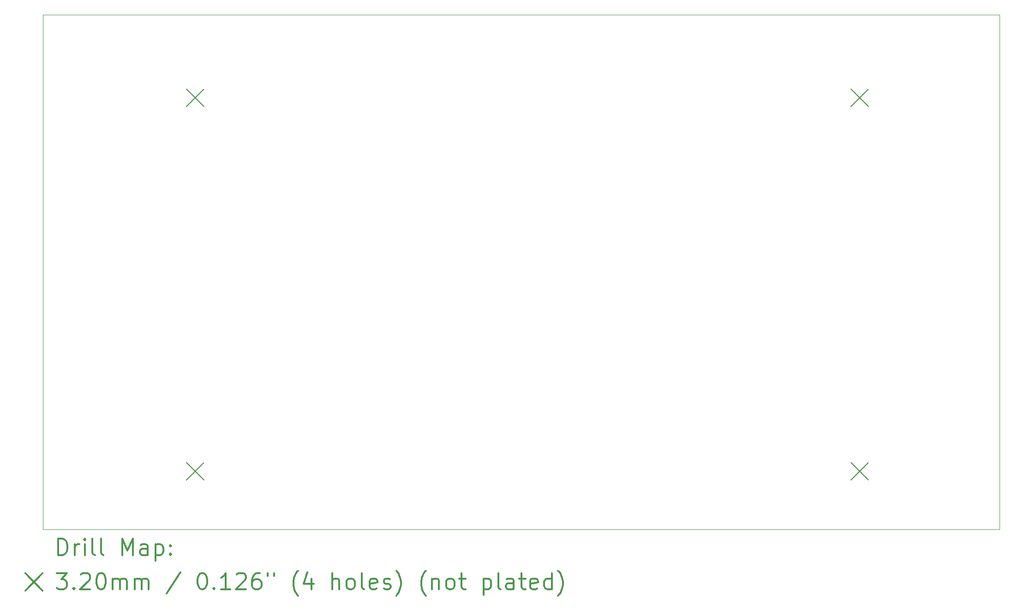
<source format=gbr>
%FSLAX45Y45*%
G04 Gerber Fmt 4.5, Leading zero omitted, Abs format (unit mm)*
G04 Created by KiCad (PCBNEW (5.1.9-0-10_14)) date 2024-01-04 20:04:51*
%MOMM*%
%LPD*%
G01*
G04 APERTURE LIST*
%TA.AperFunction,Profile*%
%ADD10C,0.100000*%
%TD*%
%ADD11C,0.200000*%
%ADD12C,0.300000*%
G04 APERTURE END LIST*
D10*
X22884000Y-4064000D02*
X22884000Y-13514000D01*
X5334000Y-4064000D02*
X22884000Y-4064000D01*
X5334000Y-13514000D02*
X5334000Y-4064000D01*
X22884000Y-13514000D02*
X5334000Y-13514000D01*
D11*
X7968000Y-5428000D02*
X8288000Y-5748000D01*
X8288000Y-5428000D02*
X7968000Y-5748000D01*
X7968000Y-12286000D02*
X8288000Y-12606000D01*
X8288000Y-12286000D02*
X7968000Y-12606000D01*
X20160000Y-5428000D02*
X20480000Y-5748000D01*
X20480000Y-5428000D02*
X20160000Y-5748000D01*
X20160000Y-12286000D02*
X20480000Y-12606000D01*
X20480000Y-12286000D02*
X20160000Y-12606000D01*
D12*
X5615428Y-13984714D02*
X5615428Y-13684714D01*
X5686857Y-13684714D01*
X5729714Y-13699000D01*
X5758286Y-13727571D01*
X5772571Y-13756143D01*
X5786857Y-13813286D01*
X5786857Y-13856143D01*
X5772571Y-13913286D01*
X5758286Y-13941857D01*
X5729714Y-13970429D01*
X5686857Y-13984714D01*
X5615428Y-13984714D01*
X5915428Y-13984714D02*
X5915428Y-13784714D01*
X5915428Y-13841857D02*
X5929714Y-13813286D01*
X5944000Y-13799000D01*
X5972571Y-13784714D01*
X6001143Y-13784714D01*
X6101143Y-13984714D02*
X6101143Y-13784714D01*
X6101143Y-13684714D02*
X6086857Y-13699000D01*
X6101143Y-13713286D01*
X6115428Y-13699000D01*
X6101143Y-13684714D01*
X6101143Y-13713286D01*
X6286857Y-13984714D02*
X6258286Y-13970429D01*
X6244000Y-13941857D01*
X6244000Y-13684714D01*
X6444000Y-13984714D02*
X6415428Y-13970429D01*
X6401143Y-13941857D01*
X6401143Y-13684714D01*
X6786857Y-13984714D02*
X6786857Y-13684714D01*
X6886857Y-13899000D01*
X6986857Y-13684714D01*
X6986857Y-13984714D01*
X7258286Y-13984714D02*
X7258286Y-13827571D01*
X7244000Y-13799000D01*
X7215428Y-13784714D01*
X7158286Y-13784714D01*
X7129714Y-13799000D01*
X7258286Y-13970429D02*
X7229714Y-13984714D01*
X7158286Y-13984714D01*
X7129714Y-13970429D01*
X7115428Y-13941857D01*
X7115428Y-13913286D01*
X7129714Y-13884714D01*
X7158286Y-13870429D01*
X7229714Y-13870429D01*
X7258286Y-13856143D01*
X7401143Y-13784714D02*
X7401143Y-14084714D01*
X7401143Y-13799000D02*
X7429714Y-13784714D01*
X7486857Y-13784714D01*
X7515428Y-13799000D01*
X7529714Y-13813286D01*
X7544000Y-13841857D01*
X7544000Y-13927571D01*
X7529714Y-13956143D01*
X7515428Y-13970429D01*
X7486857Y-13984714D01*
X7429714Y-13984714D01*
X7401143Y-13970429D01*
X7672571Y-13956143D02*
X7686857Y-13970429D01*
X7672571Y-13984714D01*
X7658286Y-13970429D01*
X7672571Y-13956143D01*
X7672571Y-13984714D01*
X7672571Y-13799000D02*
X7686857Y-13813286D01*
X7672571Y-13827571D01*
X7658286Y-13813286D01*
X7672571Y-13799000D01*
X7672571Y-13827571D01*
X5009000Y-14319000D02*
X5329000Y-14639000D01*
X5329000Y-14319000D02*
X5009000Y-14639000D01*
X5586857Y-14314714D02*
X5772571Y-14314714D01*
X5672571Y-14429000D01*
X5715428Y-14429000D01*
X5744000Y-14443286D01*
X5758286Y-14457571D01*
X5772571Y-14486143D01*
X5772571Y-14557571D01*
X5758286Y-14586143D01*
X5744000Y-14600429D01*
X5715428Y-14614714D01*
X5629714Y-14614714D01*
X5601143Y-14600429D01*
X5586857Y-14586143D01*
X5901143Y-14586143D02*
X5915428Y-14600429D01*
X5901143Y-14614714D01*
X5886857Y-14600429D01*
X5901143Y-14586143D01*
X5901143Y-14614714D01*
X6029714Y-14343286D02*
X6044000Y-14329000D01*
X6072571Y-14314714D01*
X6144000Y-14314714D01*
X6172571Y-14329000D01*
X6186857Y-14343286D01*
X6201143Y-14371857D01*
X6201143Y-14400429D01*
X6186857Y-14443286D01*
X6015428Y-14614714D01*
X6201143Y-14614714D01*
X6386857Y-14314714D02*
X6415428Y-14314714D01*
X6444000Y-14329000D01*
X6458286Y-14343286D01*
X6472571Y-14371857D01*
X6486857Y-14429000D01*
X6486857Y-14500429D01*
X6472571Y-14557571D01*
X6458286Y-14586143D01*
X6444000Y-14600429D01*
X6415428Y-14614714D01*
X6386857Y-14614714D01*
X6358286Y-14600429D01*
X6344000Y-14586143D01*
X6329714Y-14557571D01*
X6315428Y-14500429D01*
X6315428Y-14429000D01*
X6329714Y-14371857D01*
X6344000Y-14343286D01*
X6358286Y-14329000D01*
X6386857Y-14314714D01*
X6615428Y-14614714D02*
X6615428Y-14414714D01*
X6615428Y-14443286D02*
X6629714Y-14429000D01*
X6658286Y-14414714D01*
X6701143Y-14414714D01*
X6729714Y-14429000D01*
X6744000Y-14457571D01*
X6744000Y-14614714D01*
X6744000Y-14457571D02*
X6758286Y-14429000D01*
X6786857Y-14414714D01*
X6829714Y-14414714D01*
X6858286Y-14429000D01*
X6872571Y-14457571D01*
X6872571Y-14614714D01*
X7015428Y-14614714D02*
X7015428Y-14414714D01*
X7015428Y-14443286D02*
X7029714Y-14429000D01*
X7058286Y-14414714D01*
X7101143Y-14414714D01*
X7129714Y-14429000D01*
X7144000Y-14457571D01*
X7144000Y-14614714D01*
X7144000Y-14457571D02*
X7158286Y-14429000D01*
X7186857Y-14414714D01*
X7229714Y-14414714D01*
X7258286Y-14429000D01*
X7272571Y-14457571D01*
X7272571Y-14614714D01*
X7858286Y-14300429D02*
X7601143Y-14686143D01*
X8244000Y-14314714D02*
X8272571Y-14314714D01*
X8301143Y-14329000D01*
X8315428Y-14343286D01*
X8329714Y-14371857D01*
X8344000Y-14429000D01*
X8344000Y-14500429D01*
X8329714Y-14557571D01*
X8315428Y-14586143D01*
X8301143Y-14600429D01*
X8272571Y-14614714D01*
X8244000Y-14614714D01*
X8215428Y-14600429D01*
X8201143Y-14586143D01*
X8186857Y-14557571D01*
X8172571Y-14500429D01*
X8172571Y-14429000D01*
X8186857Y-14371857D01*
X8201143Y-14343286D01*
X8215428Y-14329000D01*
X8244000Y-14314714D01*
X8472571Y-14586143D02*
X8486857Y-14600429D01*
X8472571Y-14614714D01*
X8458286Y-14600429D01*
X8472571Y-14586143D01*
X8472571Y-14614714D01*
X8772571Y-14614714D02*
X8601143Y-14614714D01*
X8686857Y-14614714D02*
X8686857Y-14314714D01*
X8658286Y-14357571D01*
X8629714Y-14386143D01*
X8601143Y-14400429D01*
X8886857Y-14343286D02*
X8901143Y-14329000D01*
X8929714Y-14314714D01*
X9001143Y-14314714D01*
X9029714Y-14329000D01*
X9044000Y-14343286D01*
X9058286Y-14371857D01*
X9058286Y-14400429D01*
X9044000Y-14443286D01*
X8872571Y-14614714D01*
X9058286Y-14614714D01*
X9315428Y-14314714D02*
X9258286Y-14314714D01*
X9229714Y-14329000D01*
X9215428Y-14343286D01*
X9186857Y-14386143D01*
X9172571Y-14443286D01*
X9172571Y-14557571D01*
X9186857Y-14586143D01*
X9201143Y-14600429D01*
X9229714Y-14614714D01*
X9286857Y-14614714D01*
X9315428Y-14600429D01*
X9329714Y-14586143D01*
X9344000Y-14557571D01*
X9344000Y-14486143D01*
X9329714Y-14457571D01*
X9315428Y-14443286D01*
X9286857Y-14429000D01*
X9229714Y-14429000D01*
X9201143Y-14443286D01*
X9186857Y-14457571D01*
X9172571Y-14486143D01*
X9458286Y-14314714D02*
X9458286Y-14371857D01*
X9572571Y-14314714D02*
X9572571Y-14371857D01*
X10015428Y-14729000D02*
X10001143Y-14714714D01*
X9972571Y-14671857D01*
X9958286Y-14643286D01*
X9944000Y-14600429D01*
X9929714Y-14529000D01*
X9929714Y-14471857D01*
X9944000Y-14400429D01*
X9958286Y-14357571D01*
X9972571Y-14329000D01*
X10001143Y-14286143D01*
X10015428Y-14271857D01*
X10258286Y-14414714D02*
X10258286Y-14614714D01*
X10186857Y-14300429D02*
X10115428Y-14514714D01*
X10301143Y-14514714D01*
X10644000Y-14614714D02*
X10644000Y-14314714D01*
X10772571Y-14614714D02*
X10772571Y-14457571D01*
X10758286Y-14429000D01*
X10729714Y-14414714D01*
X10686857Y-14414714D01*
X10658286Y-14429000D01*
X10644000Y-14443286D01*
X10958286Y-14614714D02*
X10929714Y-14600429D01*
X10915428Y-14586143D01*
X10901143Y-14557571D01*
X10901143Y-14471857D01*
X10915428Y-14443286D01*
X10929714Y-14429000D01*
X10958286Y-14414714D01*
X11001143Y-14414714D01*
X11029714Y-14429000D01*
X11044000Y-14443286D01*
X11058286Y-14471857D01*
X11058286Y-14557571D01*
X11044000Y-14586143D01*
X11029714Y-14600429D01*
X11001143Y-14614714D01*
X10958286Y-14614714D01*
X11229714Y-14614714D02*
X11201143Y-14600429D01*
X11186857Y-14571857D01*
X11186857Y-14314714D01*
X11458286Y-14600429D02*
X11429714Y-14614714D01*
X11372571Y-14614714D01*
X11344000Y-14600429D01*
X11329714Y-14571857D01*
X11329714Y-14457571D01*
X11344000Y-14429000D01*
X11372571Y-14414714D01*
X11429714Y-14414714D01*
X11458286Y-14429000D01*
X11472571Y-14457571D01*
X11472571Y-14486143D01*
X11329714Y-14514714D01*
X11586857Y-14600429D02*
X11615428Y-14614714D01*
X11672571Y-14614714D01*
X11701143Y-14600429D01*
X11715428Y-14571857D01*
X11715428Y-14557571D01*
X11701143Y-14529000D01*
X11672571Y-14514714D01*
X11629714Y-14514714D01*
X11601143Y-14500429D01*
X11586857Y-14471857D01*
X11586857Y-14457571D01*
X11601143Y-14429000D01*
X11629714Y-14414714D01*
X11672571Y-14414714D01*
X11701143Y-14429000D01*
X11815428Y-14729000D02*
X11829714Y-14714714D01*
X11858286Y-14671857D01*
X11872571Y-14643286D01*
X11886857Y-14600429D01*
X11901143Y-14529000D01*
X11901143Y-14471857D01*
X11886857Y-14400429D01*
X11872571Y-14357571D01*
X11858286Y-14329000D01*
X11829714Y-14286143D01*
X11815428Y-14271857D01*
X12358286Y-14729000D02*
X12344000Y-14714714D01*
X12315428Y-14671857D01*
X12301143Y-14643286D01*
X12286857Y-14600429D01*
X12272571Y-14529000D01*
X12272571Y-14471857D01*
X12286857Y-14400429D01*
X12301143Y-14357571D01*
X12315428Y-14329000D01*
X12344000Y-14286143D01*
X12358286Y-14271857D01*
X12472571Y-14414714D02*
X12472571Y-14614714D01*
X12472571Y-14443286D02*
X12486857Y-14429000D01*
X12515428Y-14414714D01*
X12558286Y-14414714D01*
X12586857Y-14429000D01*
X12601143Y-14457571D01*
X12601143Y-14614714D01*
X12786857Y-14614714D02*
X12758286Y-14600429D01*
X12744000Y-14586143D01*
X12729714Y-14557571D01*
X12729714Y-14471857D01*
X12744000Y-14443286D01*
X12758286Y-14429000D01*
X12786857Y-14414714D01*
X12829714Y-14414714D01*
X12858286Y-14429000D01*
X12872571Y-14443286D01*
X12886857Y-14471857D01*
X12886857Y-14557571D01*
X12872571Y-14586143D01*
X12858286Y-14600429D01*
X12829714Y-14614714D01*
X12786857Y-14614714D01*
X12972571Y-14414714D02*
X13086857Y-14414714D01*
X13015428Y-14314714D02*
X13015428Y-14571857D01*
X13029714Y-14600429D01*
X13058286Y-14614714D01*
X13086857Y-14614714D01*
X13415428Y-14414714D02*
X13415428Y-14714714D01*
X13415428Y-14429000D02*
X13444000Y-14414714D01*
X13501143Y-14414714D01*
X13529714Y-14429000D01*
X13544000Y-14443286D01*
X13558286Y-14471857D01*
X13558286Y-14557571D01*
X13544000Y-14586143D01*
X13529714Y-14600429D01*
X13501143Y-14614714D01*
X13444000Y-14614714D01*
X13415428Y-14600429D01*
X13729714Y-14614714D02*
X13701143Y-14600429D01*
X13686857Y-14571857D01*
X13686857Y-14314714D01*
X13972571Y-14614714D02*
X13972571Y-14457571D01*
X13958286Y-14429000D01*
X13929714Y-14414714D01*
X13872571Y-14414714D01*
X13844000Y-14429000D01*
X13972571Y-14600429D02*
X13944000Y-14614714D01*
X13872571Y-14614714D01*
X13844000Y-14600429D01*
X13829714Y-14571857D01*
X13829714Y-14543286D01*
X13844000Y-14514714D01*
X13872571Y-14500429D01*
X13944000Y-14500429D01*
X13972571Y-14486143D01*
X14072571Y-14414714D02*
X14186857Y-14414714D01*
X14115428Y-14314714D02*
X14115428Y-14571857D01*
X14129714Y-14600429D01*
X14158286Y-14614714D01*
X14186857Y-14614714D01*
X14401143Y-14600429D02*
X14372571Y-14614714D01*
X14315428Y-14614714D01*
X14286857Y-14600429D01*
X14272571Y-14571857D01*
X14272571Y-14457571D01*
X14286857Y-14429000D01*
X14315428Y-14414714D01*
X14372571Y-14414714D01*
X14401143Y-14429000D01*
X14415428Y-14457571D01*
X14415428Y-14486143D01*
X14272571Y-14514714D01*
X14672571Y-14614714D02*
X14672571Y-14314714D01*
X14672571Y-14600429D02*
X14644000Y-14614714D01*
X14586857Y-14614714D01*
X14558286Y-14600429D01*
X14544000Y-14586143D01*
X14529714Y-14557571D01*
X14529714Y-14471857D01*
X14544000Y-14443286D01*
X14558286Y-14429000D01*
X14586857Y-14414714D01*
X14644000Y-14414714D01*
X14672571Y-14429000D01*
X14786857Y-14729000D02*
X14801143Y-14714714D01*
X14829714Y-14671857D01*
X14844000Y-14643286D01*
X14858286Y-14600429D01*
X14872571Y-14529000D01*
X14872571Y-14471857D01*
X14858286Y-14400429D01*
X14844000Y-14357571D01*
X14829714Y-14329000D01*
X14801143Y-14286143D01*
X14786857Y-14271857D01*
M02*

</source>
